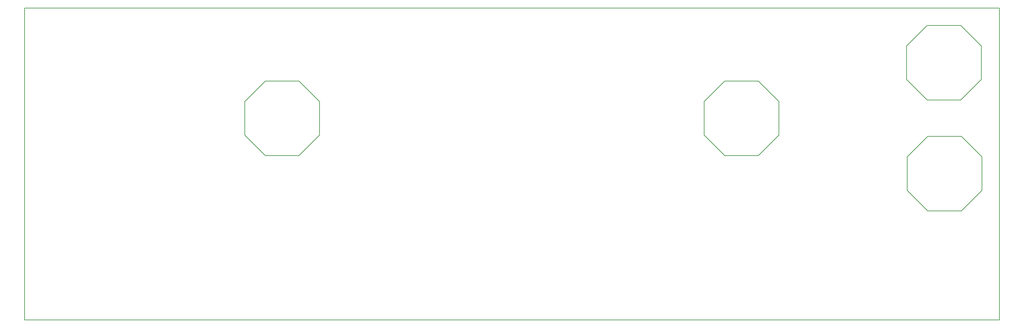
<source format=gm1>
G04 #@! TF.FileFunction,Profile,NP*
%FSLAX46Y46*%
G04 Gerber Fmt 4.6, Leading zero omitted, Abs format (unit mm)*
G04 Created by KiCad (PCBNEW no-vcs-found-product) date Mo 29 Aug 2016 16:25:23 CEST*
%MOMM*%
G01*
G04 APERTURE LIST*
%ADD10C,0.100000*%
%ADD11C,0.150000*%
G04 APERTURE END LIST*
D10*
D11*
X20000000Y-125000000D02*
X17500000Y-125000000D01*
X20000000Y-40000000D02*
X17500000Y-40000000D01*
X280000000Y-40000000D02*
X282500000Y-40000000D01*
X280000000Y-125000000D02*
X282500000Y-125000000D01*
X277572000Y-59480000D02*
X277572000Y-58972000D01*
X271984000Y-65068000D02*
X277572000Y-59480000D01*
X271476000Y-65068000D02*
X271984000Y-65068000D01*
X262840000Y-65068000D02*
X263348000Y-65068000D01*
X257252000Y-59480000D02*
X262840000Y-65068000D01*
X262840000Y-44748000D02*
X257252000Y-50336000D01*
X263348000Y-44748000D02*
X262840000Y-44748000D01*
X271984000Y-44748000D02*
X263348000Y-44748000D01*
X277572000Y-50336000D02*
X271984000Y-44748000D01*
X277572000Y-58972000D02*
X277572000Y-50336000D01*
X263348000Y-65068000D02*
X271476000Y-65068000D01*
X257252000Y-50336000D02*
X257252000Y-59480000D01*
X222520000Y-74604000D02*
X222520000Y-74096000D01*
X216932000Y-80192000D02*
X222520000Y-74604000D01*
X216424000Y-80192000D02*
X216932000Y-80192000D01*
X207788000Y-80192000D02*
X208296000Y-80192000D01*
X202200000Y-74604000D02*
X207788000Y-80192000D01*
X207788000Y-59872000D02*
X202200000Y-65460000D01*
X208296000Y-59872000D02*
X207788000Y-59872000D01*
X216932000Y-59872000D02*
X208296000Y-59872000D01*
X222520000Y-65460000D02*
X216932000Y-59872000D01*
X222520000Y-74096000D02*
X222520000Y-65460000D01*
X208296000Y-80192000D02*
X216424000Y-80192000D01*
X202200000Y-65460000D02*
X202200000Y-74604000D01*
X257396000Y-80516000D02*
X257396000Y-89660000D01*
X263492000Y-95248000D02*
X271620000Y-95248000D01*
X277716000Y-89152000D02*
X277716000Y-80516000D01*
X277716000Y-80516000D02*
X272128000Y-74928000D01*
X272128000Y-74928000D02*
X263492000Y-74928000D01*
X263492000Y-74928000D02*
X262984000Y-74928000D01*
X262984000Y-74928000D02*
X257396000Y-80516000D01*
X257396000Y-89660000D02*
X262984000Y-95248000D01*
X262984000Y-95248000D02*
X263492000Y-95248000D01*
X271620000Y-95248000D02*
X272128000Y-95248000D01*
X272128000Y-95248000D02*
X277716000Y-89660000D01*
X277716000Y-89660000D02*
X277716000Y-89152000D01*
X97624000Y-74644000D02*
X97624000Y-74136000D01*
X92036000Y-80232000D02*
X97624000Y-74644000D01*
X91528000Y-80232000D02*
X92036000Y-80232000D01*
X82892000Y-80232000D02*
X83400000Y-80232000D01*
X77304000Y-74644000D02*
X82892000Y-80232000D01*
X82892000Y-59912000D02*
X77304000Y-65500000D01*
X83400000Y-59912000D02*
X82892000Y-59912000D01*
X92036000Y-59912000D02*
X83400000Y-59912000D01*
X97624000Y-65500000D02*
X92036000Y-59912000D01*
X97624000Y-74136000D02*
X97624000Y-65500000D01*
X83400000Y-80232000D02*
X91528000Y-80232000D01*
X77304000Y-65500000D02*
X77304000Y-74644000D01*
X20000000Y-40000000D02*
X280000000Y-40000000D01*
X17500000Y-125000000D02*
X17500000Y-40000000D01*
X280000000Y-125000000D02*
X20000000Y-125000000D01*
X282500000Y-40000000D02*
X282500000Y-125000000D01*
M02*

</source>
